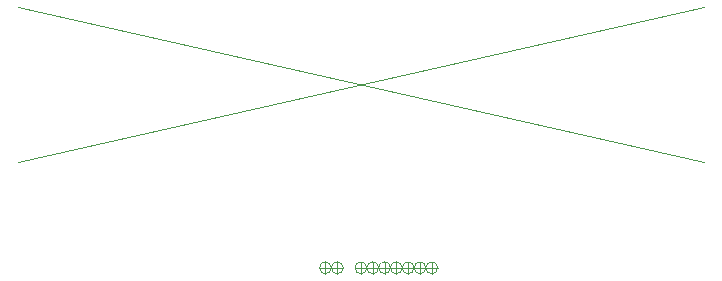
<source format=gbr>
%TF.GenerationSoftware,KiCad,Pcbnew,9.0.0*%
%TF.CreationDate,2025-03-31T12:08:16+01:00*%
%TF.ProjectId,vm_jacdaptor_0.1,766d5f6a-6163-4646-9170-746f725f302e,v0.1*%
%TF.SameCoordinates,PX58b1140PY3fe56c0*%
%TF.FileFunction,AssemblyDrawing,Bot*%
%FSLAX45Y45*%
G04 Gerber Fmt 4.5, Leading zero omitted, Abs format (unit mm)*
G04 Created by KiCad (PCBNEW 9.0.0) date 2025-03-31 12:08:16*
%MOMM*%
%LPD*%
G01*
G04 APERTURE LIST*
%ADD10C,0.100000*%
G04 APERTURE END LIST*
D10*
%TO.C,GS12*%
X550000Y-1100000D02*
X650000Y-1100000D01*
X600000Y-1150000D02*
X600000Y-1050000D01*
X650000Y-1100000D02*
G75*
G02*
X550000Y-1100000I-50000J0D01*
G01*
X550000Y-1100000D02*
G75*
G02*
X650000Y-1100000I50000J0D01*
G01*
%TO.C,GS5*%
X-250000Y-1100000D02*
X-150000Y-1100000D01*
X-200000Y-1150000D02*
X-200000Y-1050000D01*
X-150000Y-1100000D02*
G75*
G02*
X-250000Y-1100000I-50000J0D01*
G01*
X-250000Y-1100000D02*
G75*
G02*
X-150000Y-1100000I50000J0D01*
G01*
%TO.C,GS10*%
X350000Y-1100000D02*
X450000Y-1100000D01*
X400000Y-1150000D02*
X400000Y-1050000D01*
X450000Y-1100000D02*
G75*
G02*
X350000Y-1100000I-50000J0D01*
G01*
X350000Y-1100000D02*
G75*
G02*
X450000Y-1100000I50000J0D01*
G01*
%TO.C,GS7*%
X50000Y-1100000D02*
X150000Y-1100000D01*
X100000Y-1150000D02*
X100000Y-1050000D01*
X150000Y-1100000D02*
G75*
G02*
X50000Y-1100000I-50000J0D01*
G01*
X50000Y-1100000D02*
G75*
G02*
X150000Y-1100000I50000J0D01*
G01*
%TO.C,GS6*%
X-50000Y-1100000D02*
X50000Y-1100000D01*
X0Y-1150000D02*
X0Y-1050000D01*
X50000Y-1100000D02*
G75*
G02*
X-50000Y-1100000I-50000J0D01*
G01*
X-50000Y-1100000D02*
G75*
G02*
X50000Y-1100000I50000J0D01*
G01*
%TO.C,GS4*%
X-350000Y-1100000D02*
X-250000Y-1100000D01*
X-300000Y-1150000D02*
X-300000Y-1050000D01*
X-250000Y-1100000D02*
G75*
G02*
X-350000Y-1100000I-50000J0D01*
G01*
X-350000Y-1100000D02*
G75*
G02*
X-250000Y-1100000I50000J0D01*
G01*
%TO.C,GS8*%
X150000Y-1100000D02*
X250000Y-1100000D01*
X200000Y-1150000D02*
X200000Y-1050000D01*
X250000Y-1100000D02*
G75*
G02*
X150000Y-1100000I-50000J0D01*
G01*
X150000Y-1100000D02*
G75*
G02*
X250000Y-1100000I50000J0D01*
G01*
%TO.C,GS11*%
X450000Y-1100000D02*
X550000Y-1100000D01*
X500000Y-1150000D02*
X500000Y-1050000D01*
X550000Y-1100000D02*
G75*
G02*
X450000Y-1100000I-50000J0D01*
G01*
X450000Y-1100000D02*
G75*
G02*
X550000Y-1100000I50000J0D01*
G01*
%TO.C,GS9*%
X250000Y-1100000D02*
X350000Y-1100000D01*
X300000Y-1150000D02*
X300000Y-1050000D01*
X350000Y-1100000D02*
G75*
G02*
X250000Y-1100000I-50000J0D01*
G01*
X250000Y-1100000D02*
G75*
G02*
X350000Y-1100000I50000J0D01*
G01*
%TD*%
X-2905000Y1105000D02*
X2905000Y-205000D01*
X-2905000Y-205000D02*
X2905000Y1105000D01*
M02*

</source>
